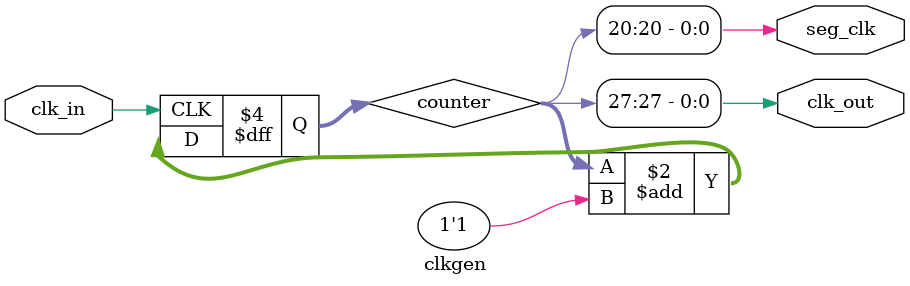
<source format=v>

module clkgen( input    clk_in,
               output   seg_clk, clk_out );

reg [27:0] counter = 28'd0;

always @(posedge clk_in)
begin
    counter <= counter + 1'b1;
end

assign clk_out = counter[27];
assign seg_clk = counter[20];

endmodule

</source>
